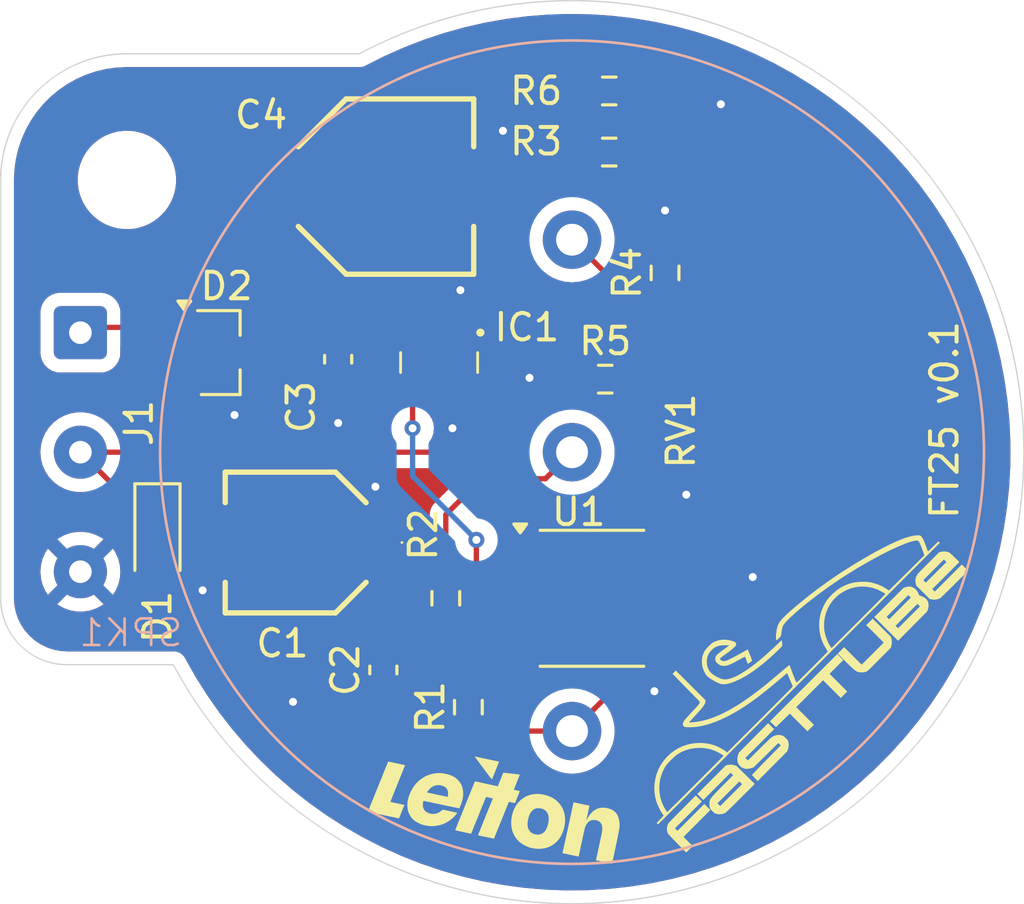
<source format=kicad_pcb>
(kicad_pcb
	(version 20240108)
	(generator "pcbnew")
	(generator_version "8.0")
	(general
		(thickness 1.6)
		(legacy_teardrops no)
	)
	(paper "A4")
	(layers
		(0 "F.Cu" signal)
		(31 "B.Cu" power)
		(32 "B.Adhes" user "B.Adhesive")
		(33 "F.Adhes" user "F.Adhesive")
		(34 "B.Paste" user)
		(35 "F.Paste" user)
		(36 "B.SilkS" user "B.Silkscreen")
		(37 "F.SilkS" user "F.Silkscreen")
		(38 "B.Mask" user)
		(39 "F.Mask" user)
		(40 "Dwgs.User" user "User.Drawings")
		(41 "Cmts.User" user "User.Comments")
		(42 "Eco1.User" user "User.Eco1")
		(43 "Eco2.User" user "User.Eco2")
		(44 "Edge.Cuts" user)
		(45 "Margin" user)
		(46 "B.CrtYd" user "B.Courtyard")
		(47 "F.CrtYd" user "F.Courtyard")
		(48 "B.Fab" user)
		(49 "F.Fab" user)
		(50 "User.1" user)
		(51 "User.2" user)
		(52 "User.3" user)
		(53 "User.4" user)
		(54 "User.5" user)
		(55 "User.6" user)
		(56 "User.7" user)
		(57 "User.8" user)
		(58 "User.9" user)
	)
	(setup
		(stackup
			(layer "F.SilkS"
				(type "Top Silk Screen")
			)
			(layer "F.Paste"
				(type "Top Solder Paste")
			)
			(layer "F.Mask"
				(type "Top Solder Mask")
				(thickness 0.01)
			)
			(layer "F.Cu"
				(type "copper")
				(thickness 0.035)
			)
			(layer "dielectric 1"
				(type "core")
				(thickness 1.51)
				(material "FR4")
				(epsilon_r 4.5)
				(loss_tangent 0.02)
			)
			(layer "B.Cu"
				(type "copper")
				(thickness 0.035)
			)
			(layer "B.Mask"
				(type "Bottom Solder Mask")
				(thickness 0.01)
			)
			(layer "B.Paste"
				(type "Bottom Solder Paste")
			)
			(layer "B.SilkS"
				(type "Bottom Silk Screen")
			)
			(copper_finish "None")
			(dielectric_constraints no)
		)
		(pad_to_mask_clearance 0)
		(allow_soldermask_bridges_in_footprints no)
		(pcbplotparams
			(layerselection 0x00010fc_ffffffff)
			(plot_on_all_layers_selection 0x0000000_00000000)
			(disableapertmacros no)
			(usegerberextensions no)
			(usegerberattributes yes)
			(usegerberadvancedattributes yes)
			(creategerberjobfile yes)
			(dashed_line_dash_ratio 12.000000)
			(dashed_line_gap_ratio 3.000000)
			(svgprecision 4)
			(plotframeref no)
			(viasonmask no)
			(mode 1)
			(useauxorigin no)
			(hpglpennumber 1)
			(hpglpenspeed 20)
			(hpglpendiameter 15.000000)
			(pdf_front_fp_property_popups yes)
			(pdf_back_fp_property_popups yes)
			(dxfpolygonmode yes)
			(dxfimperialunits yes)
			(dxfusepcbnewfont yes)
			(psnegative no)
			(psa4output no)
			(plotreference yes)
			(plotvalue yes)
			(plotfptext yes)
			(plotinvisibletext no)
			(sketchpadsonfab no)
			(subtractmaskfromsilk no)
			(outputformat 1)
			(mirror no)
			(drillshape 1)
			(scaleselection 1)
			(outputdirectory "")
		)
	)
	(net 0 "")
	(net 1 "Net-(C1-+)")
	(net 2 "GND")
	(net 3 "Net-(U1-FEED)")
	(net 4 "Net-(SPK1-M)")
	(net 5 "+24V")
	(net 6 "Net-(U1-HRNEN)")
	(net 7 "Net-(D2-A)")
	(net 8 "Net-(IC1-EN{slash}ADJ)")
	(net 9 "SIG")
	(net 10 "Net-(SPK1-G)")
	(net 11 "Net-(SPK1-F)")
	(net 12 "Net-(R3-Pad2)")
	(net 13 "unconnected-(U1-NC-Pad1)")
	(net 14 "unconnected-(U1-NC-Pad3)")
	(footprint "Connector_Wire:SolderWire-0.25sqmm_1x03_P4.5mm_D0.65mm_OD2mm" (layer "F.Cu") (at 131.5 95.5 -90))
	(footprint "soundbox:EEE0GA101SR" (layer "F.Cu") (at 139.6 103.4 180))
	(footprint "Capacitor_SMD:C_0603_1608Metric_Pad1.08x0.95mm_HandSolder" (layer "F.Cu") (at 141.2 96.5 -90))
	(footprint "LOGO" (layer "F.Cu") (at 157.785054 107.960449 45))
	(footprint "Resistor_SMD:R_0603_1608Metric_Pad0.98x0.95mm_HandSolder" (layer "F.Cu") (at 146.1 109.6 90))
	(footprint "soundbox:06TR4FA104DPR" (layer "F.Cu") (at 159 95.5))
	(footprint "Resistor_SMD:R_0603_1608Metric_Pad0.98x0.95mm_HandSolder" (layer "F.Cu") (at 153.5 93.25 90))
	(footprint "soundbox:EEE1AA101SP" (layer "F.Cu") (at 143 90))
	(footprint "soundbox:PG-SCT595-5" (layer "F.Cu") (at 145 96.5 180))
	(footprint "Resistor_SMD:R_0603_1608Metric_Pad0.98x0.95mm_HandSolder" (layer "F.Cu") (at 145.25 105.5 -90))
	(footprint "Resistor_SMD:R_0603_1608Metric_Pad0.98x0.95mm_HandSolder" (layer "F.Cu") (at 151.4 88.7))
	(footprint "MountingHole:MountingHole_3.2mm_M3_DIN965" (layer "F.Cu") (at 133.25 89.75))
	(footprint "Package_TO_SOT_SMD:SOT-23_Handsoldering" (layer "F.Cu") (at 136.75 96.25))
	(footprint "soundbox:LeitOn_small_wo_sq" (layer "F.Cu") (at 147.2 113.1 -12))
	(footprint "Package_SO:SOIC-8_3.9x4.9mm_P1.27mm" (layer "F.Cu") (at 150.75 105.5))
	(footprint "Resistor_SMD:R_0603_1608Metric_Pad0.98x0.95mm_HandSolder" (layer "F.Cu") (at 151.25 97.25))
	(footprint "Capacitor_SMD:C_0603_1608Metric_Pad1.08x0.95mm_HandSolder" (layer "F.Cu") (at 142.9 108.2 90))
	(footprint "Diode_SMD:D_SOD-323_HandSoldering" (layer "F.Cu") (at 134.4 103.2 -90))
	(footprint "Resistor_SMD:R_0603_1608Metric_Pad0.98x0.95mm_HandSolder" (layer "F.Cu") (at 151.4 86.4))
	(footprint "soundbox:CPT-3016-105T" (layer "B.Cu") (at 150 100 180))
	(gr_arc
		(start 128.5 89.75)
		(mid 129.891243 86.391243)
		(end 133.25 85)
		(stroke
			(width 0.05)
			(type default)
		)
		(layer "Edge.Cuts")
		(uuid "0c9499f7-3257-4d1a-ab45-d3dea9659961")
	)
	(gr_line
		(start 133.25 85)
		(end 142 85)
		(stroke
			(width 0.05)
			(type default)
		)
		(layer "Edge.Cuts")
		(uuid "145b8ce2-1cdf-402f-8341-2813b341aab6")
	)
	(gr_line
		(start 128.5 89.75)
		(end 128.5 105.5)
		(stroke
			(width 0.05)
			(type default)
		)
		(layer "Edge.Cuts")
		(uuid "5702bfe5-fa35-42f9-b66d-dc1faf38af9f")
	)
	(gr_line
		(start 131 108)
		(end 135 108)
		(stroke
			(width 0.05)
			(type default)
		)
		(layer "Edge.Cuts")
		(uuid "7ce022d5-3481-46fd-850f-fa99ac5c91eb")
	)
	(gr_arc
		(start 142 85)
		(mid 166.263456 104.949746)
		(end 135.000001 108.000003)
		(stroke
			(width 0.05)
			(type default)
		)
		(layer "Edge.Cuts")
		(uuid "8a2c619c-8626-4af2-8c59-1422d0ba61b9")
	)
	(gr_arc
		(start 131 108)
		(mid 129.232233 107.267767)
		(end 128.5 105.5)
		(stroke
			(width 0.05)
			(type default)
		)
		(layer "Edge.Cuts")
		(uuid "e1634623-b024-4caa-9d4d-69a765686d49")
	)
	(gr_rect
		(start 128.5 83)
		(end 167 117)
		(stroke
			(width 0.01)
			(type default)
		)
		(fill none)
		(layer "User.1")
		(uuid "39b0a146-c4d4-4256-ae48-acf0ec4d99bd")
	)
	(gr_text "FT25 v0.1"
		(at 164.6 102.6 90)
		(layer "F.SilkS")
		(uuid "0568cae2-bee3-4247-bec4-4aec8861298f")
		(effects
			(font
				(size 1 1)
				(thickness 0.15)
			)
			(justify left bottom)
		)
	)
	(segment
		(start 146.8 104.7)
		(end 147 104.9)
		(width 0.2)
		(layer "F.Cu")
		(net 1)
		(uuid "23159c4b-0d05-4fdc-b47c-91b4c5aadc84")
	)
	(segment
		(start 146.4 105.5)
		(end 146.8 105.1)
		(width 0.2)
		(layer "F.Cu")
		(net 1)
		(uuid "2e49b2f4-0f4a-42c8-a6a5-039a900f4f53")
	)
	(segment
		(start 146.4 104.3)
		(end 146.8 104.7)
		(width 0.2)
		(layer "F.Cu")
		(net 1)
		(uuid "3586deff-2aeb-4ee8-924a-5c5975858c2b")
	)
	(segment
		(start 141.75 103.4)
		(end 142.3 103.4)
		(width 0.2)
		(layer "F.Cu")
		(net 1)
		(uuid "3648f2ab-a01e-4531-908b-27e2efcac7f4")
	)
	(segment
		(start 146.8 105.1)
		(end 147 104.9)
		(width 0.2)
		(layer "F.Cu")
		(net 1)
		(uuid "3d54f7bb-0f3e-4e8c-9f2a-ea5967851a98")
	)
	(segment
		(start 144 99.1)
		(end 144 97.75)
		(width 0.2)
		(layer "F.Cu")
		(net 1)
		(uuid "53018c3e-14f9-4855-ba7d-5ff1ff5be039")
	)
	(segment
		(start 146.8 104.7)
		(end 146.8 105.1)
		(width 0.2)
		(layer "F.Cu")
		(net 1)
		(uuid "63a2ecd6-cfea-4559-836f-e2ade529c70a")
	)
	(segment
		(start 148.24 104.9)
		(end 148.275 104.865)
		(width 0.2)
		(layer "F.Cu")
		(net 1)
		(uuid "6450eb72-3056-4408-b2ce-b82a4ba66d37")
	)
	(segment
		(start 142.3 103.4)
		(end 144.4 105.5)
		(width 0.2)
		(layer "F.Cu")
		(net 1)
		(uuid "78fb4d55-9eeb-477b-84b0-b52108895651")
	)
	(segment
		(start 147 104.9)
		(end 148.24 104.9)
		(width 0.2)
		(layer "F.Cu")
		(net 1)
		(uuid "cb198d8d-a501-4a67-892a-4db1f12c57db")
	)
	(segment
		(start 144 97.75)
		(end 144.05 97.7)
		(width 0.2)
		(layer "F.Cu")
		(net 1)
		(uuid "d6adab63-21a8-4a56-a54e-bd14e6a6a1c3")
	)
	(segment
		(start 144.4 105.5)
		(end 146.4 105.5)
		(width 0.2)
		(layer "F.Cu")
		(net 1)
		(uuid "fd5f52d7-7959-4d13-b8fa-c12c2f5d57b6")
	)
	(segment
		(start 146.4 103.3)
		(end 146.4 104.3)
		(width 0.2)
		(layer "F.Cu")
		(net 1)
		(uuid "ff60d241-25fa-4bd5-abab-3a1de60998bb")
	)
	(via
		(at 146.4 103.3)
		(size 0.6)
		(drill 0.3)
		(layers "F.Cu" "B.Cu")
		(net 1)
		(uuid "2a83fc44-fdc9-4b52-a65a-6fc21b06e69b")
	)
	(via
		(at 144 99.1)
		(size 0.6)
		(drill 0.3)
		(layers "F.Cu" "B.Cu")
		(net 1)
		(uuid "d4a065cc-ffbd-4ff3-8943-35e922962971")
	)
	(segment
		(start 144 100.9)
		(end 144 99.1)
		(width 0.2)
		(layer "B.Cu")
		(net 1)
		(uuid "4219455b-e5d5-42aa-a462-d39a17d9593b")
	)
	(segment
		(start 146.4 103.3)
		(end 144 100.9)
		(width 0.2)
		(layer "B.Cu")
		(net 1)
		(uuid "bd0cf8d0-3ae1-4f87-a404-c26f0595cc95")
	)
	(segment
		(start 145 95.3)
		(end 145 94.7)
		(width 0.2)
		(layer "F.Cu")
		(net 2)
		(uuid "455b7ac3-3a39-4efb-b3fd-a3b6fee5464c")
	)
	(segment
		(start 145 94.7)
		(end 145.8 93.9)
		(width 0.2)
		(layer "F.Cu")
		(net 2)
		(uuid "fb7cea8b-a25c-4869-a945-a7cd45e34538")
	)
	(via
		(at 145.8 93.9)
		(size 0.6)
		(drill 0.3)
		(layers "F.Cu" "B.Cu")
		(free yes)
		(net 2)
		(uuid "01411558-0edc-4e9a-ba53-34285a30e33c")
	)
	(via
		(at 155.6 86.9)
		(size 0.6)
		(drill 0.3)
		(layers "F.Cu" "B.Cu")
		(free yes)
		(net 2)
		(uuid "06a1a750-8536-4cf8-9192-35bc867304a9")
	)
	(via
		(at 141.2 98.9)
		(size 0.6)
		(drill 0.3)
		(layers "F.Cu" "B.Cu")
		(free yes)
		(net 2)
		(uuid "1634c358-6587-4d9e-a4c2-90a5ab1faafd")
	)
	(via
		(at 148.4 97.2)
		(size 0.6)
		(drill 0.3)
		(layers "F.Cu" "B.Cu")
		(free yes)
		(net 2)
		(uuid "1a418d52-d221-44b1-ad1d-91e97992ecb3")
	)
	(via
		(at 153.5 90.9)
		(size 0.6)
		(drill 0.3)
		(layers "F.Cu" "B.Cu")
		(free yes)
		(net 2)
		(uuid "59e64dbd-0451-436f-844e-4c0d273598ba")
	)
	(via
		(at 153.1 109)
		(size 0.6)
		(drill 0.3)
		(layers "F.Cu" "B.Cu")
		(free yes)
		(net 2)
		(uuid "7fa75b93-3a54-4ab9-823b-8664220d8fc0")
	)
	(via
		(at 136.1 105.2)
		(size 0.6)
		(drill 0.3)
		(layers "F.Cu" "B.Cu")
		(free yes)
		(net 2)
		(uuid "83ee66e4-35b7-421f-bd51-e9232ebc2f9c")
	)
	(via
		(at 147.4 87.9)
		(size 0.6)
		(drill 0.3)
		(layers "F.Cu" "B.Cu")
		(free yes)
		(net 2)
		(uuid "87ee8f62-5586-4ec4-bf64-4d8e7f4f3c00")
	)
	(via
		(at 142.6 101.3)
		(size 0.6)
		(drill 0.3)
		(layers "F.Cu" "B.Cu")
		(free yes)
		(net 2)
		(uuid "9e742198-762b-4d9c-9ee4-84515cbad2db")
	)
	(via
		(at 145.5 99.1)
		(size 0.6)
		(drill 0.3)
		(layers "F.Cu" "B.Cu")
		(free yes)
		(net 2)
		(uuid "b5ab2b73-4634-4e0e-855d-42a626e2a677")
	)
	(via
		(at 154.3 101.6)
		(size 0.6)
		(drill 0.3)
		(layers "F.Cu" "B.Cu")
		(free yes)
		(net 2)
		(uuid "b76a2fc2-0f04-4ac7-8040-3c68efea3aaa")
	)
	(via
		(at 156.8 104.7)
		(size 0.6)
		(drill 0.3)
		(layers "F.Cu" "B.Cu")
		(free yes)
		(net 2)
		(uuid "db890ffb-38c3-4b56-bb01-106cd42901c5")
	)
	(via
		(at 139.5 109.4)
		(size 0.6)
		(drill 0.3)
		(layers "F.Cu" "B.Cu")
		(free yes)
		(net 2)
		(uuid "dee0939a-5e0d-4315-a470-5bde3c7fcd15")
	)
	(via
		(at 137.3 98.6)
		(size 0.6)
		(drill 0.3)
		(layers "F.Cu" "B.Cu")
		(free yes)
		(net 2)
		(uuid "ecf13844-64d3-4d09-826f-01f2a3714814")
	)
	(segment
		(start 146.1 107.7)
		(end 146.105 107.7)
		(width 0.2)
		(layer "F.Cu")
		(net 3)
		(uuid "03b0e9e5-8a96-42f1-8078-ebba29bd5839")
	)
	(segment
		(start 148.275 107.405)
		(end 146.4 107.405)
		(width 0.2)
		(layer "F.Cu")
		(net 3)
		(uuid "0b4acb31-5237-4423-9c56-ec6bf9c00ec6")
	)
	(segment
		(start 146.1 108.6875)
		(end 146.1 107.7)
		(width 0.2)
		(layer "F.Cu")
		(net 3)
		(uuid "201ab615-0522-495a-ae13-1b6f9c239fc8")
	)
	(segment
		(start 146.105 107.7)
		(end 146.4 107.405)
		(width 0.2)
		(layer "F.Cu")
		(net 3)
		(uuid "23d50f62-75c6-4b69-883d-637919349f3a")
	)
	(segment
		(start 146.4 107.405)
		(end 146.2425 107.405)
		(width 0.2)
		(layer "F.Cu")
		(net 3)
		(uuid "39477d66-e76a-4cfb-9254-438e8c0920c5")
	)
	(segment
		(start 146.2425 107.405)
		(end 145.25 106.4125)
		(width 0.2)
		(layer "F.Cu")
		(net 3)
		(uuid "6e21e258-4266-4604-be6c-27ec70bfdf85")
	)
	(segment
		(start 142.9 107.3375)
		(end 144.25 108.6875)
		(width 0.2)
		(layer "F.Cu")
		(net 3)
		(uuid "809582d5-cb13-4f9f-8fae-3838a63656e2")
	)
	(segment
		(start 146.1 107.2625)
		(end 145.25 106.4125)
		(width 0.2)
		(layer "F.Cu")
		(net 3)
		(uuid "b9dddcfa-14ec-4998-b61a-00d5d86f6ac9")
	)
	(segment
		(start 144.25 108.6875)
		(end 146.1 108.6875)
		(width 0.2)
		(layer "F.Cu")
		(net 3)
		(uuid "c431d874-8573-4efa-9021-024d20a72e9e")
	)
	(segment
		(start 146.1 107.7)
		(end 146.1 107.2625)
		(width 0.2)
		(layer "F.Cu")
		(net 3)
		(uuid "d75fea04-e428-4fc0-8c23-06dae495c80a")
	)
	(segment
		(start 148.2 109.6)
		(end 150.3 107.5)
		(width 0.2)
		(layer "F.Cu")
		(net 4)
		(uuid "09090e3d-2f29-4507-9429-c54334b8180b")
	)
	(segment
		(start 151.25 98.55)
		(end 151.7 99)
		(width 0.2)
		(layer "F.Cu")
		(net 4)
		(uuid "30c7c0a9-de98-46ee-ad56-98519c7cfb85")
	)
	(segment
		(start 150.3 107.5)
		(end 150.3 106.3)
		(width 0.2)
		(layer "F.Cu")
		(net 4)
		(uuid "34d22c14-3b91-47dd-9037-04ff02b781cf")
	)
	(segment
		(start 152 104.865)
		(end 151.735 104.865)
		(width 0.2)
		(layer "F.Cu")
		(net 4)
		(uuid "36da2dfc-84c8-4d31-a70b-2f8f40fe67e3")
	)
	(segment
		(start 151.7 104.6)
		(end 151.7 104.83)
		(width 0.2)
		(layer "F.Cu")
		(net 4)
		(uuid "3ae480d1-8672-4f2c-a851-94f59965e078")
	)
	(segment
		(start 151.7 99)
		(end 151.7 104.6)
		(width 0.2)
		(layer "F.Cu")
		(net 4)
		(uuid "45402f4d-99c3-4ba9-bd66-4a1ea8da26b0")
	)
	(segment
		(start 151.735 104.6)
		(end 152 104.865)
		(width 0.2)
		(layer "F.Cu")
		(net 4)
		(uuid "5da0f8fb-e2f9-41b0-9801-f13702b13393")
	)
	(segment
		(start 151.7 104.83)
		(end 151.735 104.865)
		(width 0.2)
		(layer "F.Cu")
		(net 4)
		(uuid "78b78ccc-63d2-4be6-8684-dc2b419e2d99")
	)
	(segment
		(start 151.25 93.25)
		(end 151.25 98.55)
		(width 0.2)
		(layer "F.Cu")
		(net 4)
		(uuid "7bc63da9-9e54-4147-a93d-721567276b1d")
	)
	(segment
		(start 143.4375 109.6)
		(end 148.2 109.6)
		(width 0.2)
		(layer "F.Cu")
		(net 4)
		(uuid "c2b5b2b3-27c6-43a2-b502-9ae649b08a1d")
	)
	(segment
		(start 151.735 104.865)
		(end 150.3 106.3)
		(width 0.2)
		(layer "F.Cu")
		(net 4)
		(uuid "cf7f2034-b1e3-46d7-85ba-64c853f641b5")
	)
	(segment
		(start 150 92)
		(end 151.25 93.25)
		(width 0.2)
		(layer "F.Cu")
		(net 4)
		(uuid "d0f86c55-1497-473f-92ab-0926b530691e")
	)
	(segment
		(start 153.06 104.7)
		(end 153.225 104.865)
		(width 0.2)
		(layer "F.Cu")
		(net 4)
		(uuid "de487b46-dff6-4637-b730-51caf9eeca2e")
	)
	(segment
		(start 151.7 104.6)
		(end 151.735 104.6)
		(width 0.2)
		(layer "F.Cu")
		(net 4)
		(uuid "e604e90e-3383-4c49-a31e-adad540853ba")
	)
	(segment
		(start 142.9 109.0625)
		(end 143.4375 109.6)
		(width 0.2)
		(layer "F.Cu")
		(net 4)
		(uuid "e7b372ad-6d44-40f3-b292-ca0030a4c4bb")
	)
	(segment
		(start 153.225 104.865)
		(end 152 104.865)
		(width 0.2)
		(layer "F.Cu")
		(net 4)
		(uuid "fb5f5bb4-df8e-49f9-aeab-c72ab1a7e5d2")
	)
	(segment
		(start 141.2 95.6375)
		(end 141.2 90.7)
		(width 0.2)
		(layer "F.Cu")
		(net 5)
		(uuid "054909e3-392b-4d3d-88ec-2922324e7a7e")
	)
	(segment
		(start 141.5875 95.25)
		(end 144 95.25)
		(width 0.2)
		(layer "F.Cu")
		(net 5)
		(uuid "3cdd5ae0-fe74-40b7-91eb-253b46d6524f")
	)
	(segment
		(start 138.25 96.25)
		(end 139.5 96.25)
		(width 0.2)
		(layer "F.Cu")
		(net 5)
		(uuid "4441b124-5698-47f2-8d50-494066e51d56")
	)
	(segment
		(start 149.7 88.7)
		(end 150.4875 88.7)
		(width 0.2)
		(layer "F.Cu")
		(net 5)
		(uuid "7dec2665-b181-4138-833f-6035a66853be")
	)
	(segment
		(start 140.1125 95.6375)
		(end 141.2 95.6375)
		(width 0.2)
		(layer "F.Cu")
		(net 5)
		(uuid "8b82cbf6-a61f-4b56-bb7e-98c50b4ea897")
	)
	(segment
		(start 141.2 90.7)
		(end 140.5 90)
		(width 0.2)
		(layer "F.Cu")
		(net 5)
		(uuid "ab3fc132-876d-40fd-8a37-516f998d4401")
	)
	(segment
		(start 144.05 95.3)
		(end 144.05 94.35)
		(width 0.2)
		(layer "F.Cu")
		(net 5)
		(uuid "b0b642bf-c25c-4144-af40-5a336c54cd8e")
	)
	(segment
		(start 139.5 96.25)
		(end 140.1125 95.6375)
		(width 0.2)
		(layer "F.Cu")
		(net 5)
		(uuid "b40aa696-d52a-4b37-a289-b30fb8eedf24")
	)
	(segment
		(start 141.2 95.6375)
		(end 141.5875 95.25)
		(width 0.2)
		(layer "F.Cu")
		(net 5)
		(uuid "c70a6765-40cc-46c1-a2d9-b3050acd3216")
	)
	(segment
		(start 144.05 94.35)
		(end 149.7 88.7)
		(width 0.2)
		(layer "F.Cu")
		(net 5)
		(uuid "dd164cb3-6b06-48c4-918b-25d784566c6d")
	)
	(segment
		(start 150.4875 86.4)
		(end 150.4875 88.7)
		(width 0.2)
		(layer "F.Cu")
		(net 5)
		(uuid "e74d25ae-28d4-40ff-aaa6-db74846f4d2c")
	)
	(segment
		(start 152.5 97.5875)
		(end 152.5 101.75)
		(width 0.2)
		(layer "F.Cu")
		(net 6)
		(uuid "074a2975-fd68-4c40-8155-f0e5b9abf23d")
	)
	(segment
		(start 152.1625 97.25)
		(end 152.5 97.5875)
		(width 0.2)
		(layer "F.Cu")
		(net 6)
		(uuid "21ff4d6b-8fcc-4b1c-820c-c5cadcb9bf55")
	)
	(segment
		(start 152.5 101.75)
		(end 153.25 102.5)
		(width 0.2)
		(layer "F.Cu")
		(net 6)
		(uuid "2fba2c5a-2a97-4175-bfeb-038d973dde82")
	)
	(segment
		(start 153.25 103.57)
		(end 153.225 103.595)
		(width 0.2)
		(layer "F.Cu")
		(net 6)
		(uuid "418fabef-99d7-47c9-abc2-f7723d16f244")
	)
	(segment
		(start 152.1625 97.25)
		(end 152.25 97.25)
		(width 0.2)
		(layer "F.Cu")
		(net 6)
		(uuid "52311879-8ed6-466b-bba9-44d036750aed")
	)
	(segment
		(start 153.25 102.5)
		(end 153.25 103.57)
		(width 0.2)
		(layer "F.Cu")
		(net 6)
		(uuid "cdcf619f-a978-4667-ae1c-20f141c6c1ed")
	)
	(segment
		(start 153.5 96)
		(end 153.5 94.1625)
		(width 0.2)
		(layer "F.Cu")
		(net 6)
		(uuid "ef8cfd81-6cb9-4d71-b3bf-0610e509a439")
	)
	(segment
		(start 152.25 97.25)
		(end 153.5 96)
		(width 0.2)
		(layer "F.Cu")
		(net 6)
		(uuid "fa2f396c-09cf-4795-881a-85a4b4ae0039")
	)
	(segment
		(start 135.25 95.3)
		(end 131.7 95.3)
		(width 0.2)
		(layer "F.Cu")
		(net 7)
		(uuid "a91db6b1-c4d0-4082-8243-54f9f4debef9")
	)
	(segment
		(start 131.7 95.3)
		(end 131.5 95.5)
		(width 0.2)
		(layer "F.Cu")
		(net 7)
		(uuid "b4303bdb-fbe9-4f59-8912-f6fe0909e13f")
	)
	(segment
		(start 159 91.225)
		(end 157.525 89.75)
		(width 0.2)
		(layer "F.Cu")
		(net 8)
		(uuid "10e80ff1-24c9-4e99-a6ae-40c6b4da76d7")
	)
	(segment
		(start 149.75 89.75)
		(end 148.25 91.25)
		(width 0.2)
		(layer "F.Cu")
		(net 8)
		(uuid "7c187c0d-5463-49e4-b302-7e6b907a001c")
	)
	(segment
		(start 148.25 93)
		(end 145.95 95.3)
		(width 0.2)
		(layer "F.Cu")
		(net 8)
		(uuid "8bb138d7-1901-4f2f-9ff7-18ec756edcd7")
	)
	(segment
		(start 157.525 89.75)
		(end 149.75 89.75)
		(width 0.2)
		(layer "F.Cu")
		(net 8)
		(uuid "8caf3322-20bd-4792-87d4-2ac4b6e61f44")
	)
	(segment
		(start 148.25 91.25)
		(end 148.25 93)
		(width 0.2)
		(layer "F.Cu")
		(net 8)
		(uuid "fd5ccc6b-1f50-4929-b1e8-f7fa3b79e0ff")
	)
	(segment
		(start 133.45 101.95)
		(end 134.4 101.95)
		(width 0.2)
		(layer "F.Cu")
		(net 9)
		(uuid "05b532a6-fe47-472d-bfdc-b7fa527e457c")
	)
	(segment
		(start 131.5 100)
		(end 133.45 101.95)
		(width 0.2)
		(layer "F.Cu")
		(net 9)
		(uuid "5897cff1-8ae6-43fe-9b64-2df6ee85f8da")
	)
	(segment
		(start 131.5 100)
		(end 147.5875 100)
		(width 0.2)
		(layer "F.Cu")
		(net 9)
		(uuid "68ec2551-dc2f-4feb-998d-5e43f9491561")
	)
	(segment
		(start 147.5875 100)
		(end 150.3375 97.25)
		(width 0.2)
		(layer "F.Cu")
		(net 9)
		(uuid "9f921939-1f2c-472f-a905-eb1badda63b1")
	)
	(segment
		(start 146.1 110.5125)
		(end 146.1125 110.5)
		(width 0.2)
		(layer "F.Cu")
		(net 10)
		(uuid "0985b6fd-d180-4fc5-bce9-3d6204322516")
	)
	(segment
		(start 150 110.5)
		(end 151.3 109.2)
		(width 0.2)
		(layer "F.Cu")
		(net 10)
		(uuid "29833cd4-ae84-47c3-a086-4dfcd0ca3a64")
	)
	(segment
		(start 146.1125 110.5)
		(end 150 110.5)
		(width 0.2)
		(layer "F.Cu")
		(net 10)
		(uuid "924cc875-b40f-4c52-9192-86ac241c9175")
	)
	(segment
		(start 151.965 106.135)
		(end 153.225 106.135)
		(width 0.2)
		(layer "F.Cu")
		(net 10)
		(uuid "d32f4e74-f404-477c-91c6-11336f273e81")
	)
	(segment
		(start 151.3 109.2)
		(end 151.3 106.8)
		(width 0.2)
		(layer "F.Cu")
		(net 10)
		(uuid "e4c7c31e-d0bc-4d47-b7ae-acbdc347fd7a")
	)
	(segment
		(start 151.3 106.8)
		(end 151.965 106.135)
		(width 0.2)
		(layer "F.Cu")
		(net 10)
		(uuid "e78a7e10-98f9-4831-bed7-9f8aafb304a1")
	)
	(segment
		(start 149 101)
		(end 150 100)
		(width 0.2)
		(layer "F.Cu")
		(net 11)
		(uuid "8d7611e4-d6ec-4e26-a345-d196483f8f97")
	)
	(segment
		(start 145.25 104.5875)
		(end 145.25 102.35)
		(width 0.2)
		(layer "F.Cu")
		(net 11)
		(uuid "95eae689-383a-4f3d-a046-a827404393ba")
	)
	(segment
		(start 145.25 102.35)
		(end 146.6 101)
		(width 0.2)
		(layer "F.Cu")
		(net 11)
		(uuid "9ace5704-4338-424e-8bcc-109ce8f1c967")
	)
	(segment
		(start 146.6 101)
		(end 149 101)
		(width 0.2)
		(layer "F.Cu")
		(net 11)
		(uuid "e94929f1-e2b3-4397-9986-2c91a2f4beee")
	)
	(segment
		(start 161.15 100.425)
		(end 161.15 89.95)
		(width 0.2)
		(layer "F.Cu")
		(net 12)
		(uuid "26979417-b786-4be8-984f-7d0738cdff24")
	)
	(segment
		(start 161.15 89.95)
		(end 159.9 88.7)
		(width 0.2)
		(layer "F.Cu")
		(net 12)
		(uuid "7718b055-c971-4cec-ab44-672e9f6976fc")
	)
	(segment
		(start 159.9 88.7)
		(end 152.3125 88.7)
		(width 0.2)
		(layer "F.Cu")
		(net 12)
		(uuid "8f63e3d9-dbb7-40be-853d-4d064e73fe36")
	)
	(segment
		(start 152.3125 86.4)
		(end 152.3125 88.7)
		(width 0.2)
		(layer "F.Cu")
		(net 12)
		(uuid "d1f80375-c994-4ac9-a326-cf0882761c94")
	)
	(zone
		(net 2)
		(net_name "GND")
		(layer "F.Cu")
		(uuid "3fbb25a7-40e0-4e93-a8cf-da28d9fa13f5")
		(hatch edge 0.5)
		(connect_pads
			(clearance 0.5)
		)
		(min_thickness 0.25)
		(filled_areas_thickness no)
		(fill yes
			(thermal_gap 0.5)
			(thermal_bridge_width 0.5)
		)
		(polygon
			(pts
				(arc
					(start 133.25 85)
					(mid 129.891243 86.391243)
					(end 128.5 89.75)
				)
				(arc
					(start 128.5 105.5)
					(mid 129.232233 107.267767)
					(end 131 108)
				)
				(xy 135 108)
				(arc
					(start 135.000001 108.000003)
					(mid 166.263456 104.949746)
					(end 142 85)
				)
			)
		)
		(filled_polygon
			(layer "F.Cu")
			(pts
				(xy 150.729967 83.516727) (xy 150.735946 83.516994) (xy 151.529551 83.571622) (xy 151.535512 83.572178)
				(xy 152.325547 83.665284) (xy 152.331488 83.666131) (xy 153.116064 83.797492) (xy 153.121948 83.798625)
				(xy 153.899202 83.967928) (xy 153.905055 83.969353) (xy 154.67315 84.176196) (xy 154.678926 84.177903)
				(xy 154.926303 84.25759) (xy 155.436071 84.421803) (xy 155.441739 84.423781) (xy 155.642771 84.4995)
				(xy 156.18618 84.704175) (xy 156.191764 84.706435) (xy 156.420514 84.805529) (xy 156.92169 85.022639)
				(xy 156.927133 85.025156) (xy 157.640856 85.376443) (xy 157.646152 85.379211) (xy 158.007932 85.579661)
				(xy 158.341966 85.764738) (xy 158.347163 85.767784) (xy 158.47746 85.848486) (xy 158.948506 86.140239)
				(xy 159.023447 86.186655) (xy 159.028489 86.189951) (xy 159.683594 86.641142) (xy 159.68847 86.644678)
				(xy 160.320892 87.12715) (xy 160.325591 87.130918) (xy 160.933869 87.64356) (xy 160.938379 87.647553)
				(xy 161.114867 87.811595) (xy 161.499775 88.16936) (xy 161.52102 88.189106) (xy 161.525322 88.193304)
				(xy 162.080992 88.76253) (xy 162.085075 88.76692) (xy 162.42776 89.1539) (xy 162.612445 89.362457)
				(xy 162.616328 89.367062) (xy 163.114154 89.987504) (xy 163.117808 89.992292) (xy 163.584903 90.63616)
				(xy 163.588321 90.64112) (xy 164.02362 91.306946) (xy 164.026792 91.312067) (xy 164.429209 91.998189)
				(xy 164.43213 92.003457) (xy 164.800779 92.708359) (xy 164.80344 92.713763) (xy 165.137416 93.435723)
				(xy 165.139811 93.441249) (xy 165.438334 94.178578) (xy 165.440458 94.184215) (xy 165.702817 94.935159)
				(xy 165.704665 94.940892) (xy 165.930247 95.703687) (xy 165.931815 95.709503) (xy 166.120094 96.482377)
				(xy 166.121377 96.488262) (xy 166.271897 97.26935) (xy 166.272893 97.275291) (xy 166.385306 98.062778)
				(xy 166.386012 98.06876) (xy 166.460049 98.860763) (xy 166.460464 98.866772) (xy 166.495954 99.661458)
				(xy 166.496076 99.66748) (xy 166.492931 100.462926) (xy 166.492761 100.468947) (xy 166.450992 101.263308)
				(xy 166.45053 101.269314) (xy 166.370231 102.060734) (xy 166.369477 102.06671) (xy 166.250847 102.853248)
				(xy 166.249804 102.859181) (xy 166.093108 103.639082) (xy 166.091779 103.644957) (xy 165.897403 104.416295)
				(xy 165.89579 104.422098) (xy 165.664175 105.183117) (xy 165.662281 105.188835) (xy 165.394001 105.937657)
				(xy 165.391833 105.943277) (xy 165.087485 106.678239) (xy 165.085046 106.683746) (xy 164.745375 107.40304)
				(xy 164.742671 107.408423) (xy 164.368469 108.110374) (xy 164.365507 108.115619) (xy 163.957661 108.798566)
				(xy 163.954448 108.803661) (xy 163.513912 109.466005) (xy 163.510455 109.470938) (xy 163.03828 110.1111)
				(xy 163.034588 110.115859) (xy 162.531877 110.732341) (xy 162.527958 110.736916) (xy 161.995916 111.328243)
				(xy 161.99178 111.332621) (xy 161.431636 111.897426) (xy 161.427292 111.901599) (xy 160.840365 112.438551)
				(xy 160.835823 112.442507) (xy 160.223555 112.950289) (xy 160.218827 112.954021) (xy 159.582572 113.431508)
				(xy 159.577667 113.435005) (xy 158.919031 113.880992) (xy 158.913963 113.884248) (xy 158.2344 114.297752)
				(xy 158.22918 114.300757) (xy 157.530353 114.680764) (xy 157.524993 114.683512) (xy 156.808549 115.02913)
				(xy 156.803061 115.031615) (xy 156.07065 115.342042) (xy 156.065049 115.344257) (xy 155.318444 115.618746)
				(xy 155.312742 115.620686) (xy 154.553708 115.858588) (xy 154.547918 115.86025) (xy 153.778191 116.06102)
				(xy 153.772328 116.062398) (xy 152.993786 116.225546) (xy 152.987862 116.226638) (xy 152.202301 116.351787)
				(xy 152.196331 116.35259) (xy 151.405621 116.439444) (xy 151.399619 116.439956) (xy 150.605628 116.488307)
				(xy 150.599609 116.488527) (xy 149.804195 116.498265) (xy 149.798172 116.498192) (xy 149.003244 116.469291)
				(xy 148.997231 116.468926) (xy 148.204642 116.401456) (xy 148.198655 116.4008) (xy 147.410252 116.294916)
				(xy 147.404303 116.293969) (xy 146.622001 116.149929) (xy 146.616117 116.148697) (xy 146.189642 116.048542)
				(xy 145.84171 115.966832) (xy 145.835882 115.965313) (xy 145.071224 115.746055) (xy 145.065476 115.744254)
				(xy 144.312383 115.488127) (xy 144.306729 115.48605) (xy 143.56695 115.193649) (xy 143.561403 115.191299)
				(xy 142.836702 114.863319) (xy 142.831277 114.860703) (xy 142.123376 114.497927) (xy 142.118083 114.495051)
				(xy 141.775208 114.297752) (xy 141.428576 114.098291) (xy 141.423452 114.095174) (xy 140.754067 113.665424)
				(xy 140.749086 113.662053) (xy 140.101371 113.200311) (xy 140.096552 113.196697) (xy 139.47199 112.704019)
				(xy 139.467353 112.700174) (xy 138.867485 112.177775) (xy 138.86304 112.17371) (xy 138.289225 111.622774)
				(xy 138.285004 111.618519) (xy 137.738622 111.040367) (xy 137.734602 111.035901) (xy 137.7005 110.996111)
				(xy 137.216945 110.431903) (xy 137.213163 110.427268) (xy 136.725416 109.798803) (xy 136.721866 109.793992)
				(xy 136.265236 109.142613) (xy 136.261907 109.13761) (xy 135.837445 108.464819) (xy 135.834383 108.459694)
				(xy 135.472447 107.81904) (xy 135.467008 107.807879) (xy 135.438688 107.758829) (xy 135.436662 107.75518)
				(xy 135.410612 107.706335) (xy 135.405882 107.699721) (xy 135.406296 107.699424) (xy 135.40585 107.698822)
				(xy 135.405447 107.699132) (xy 135.4005 107.692685) (xy 135.361331 107.653517) (xy 135.358432 107.650519)
				(xy 135.339444 107.63021) (xy 135.320612 107.610066) (xy 135.320606 107.610062) (xy 135.314329 107.6049)
				(xy 135.314651 107.604507) (xy 135.314068 107.604044) (xy 135.31376 107.604447) (xy 135.307318 107.599504)
				(xy 135.307314 107.5995) (xy 135.287321 107.587957) (xy 135.259272 107.571762) (xy 135.255748 107.569648)
				(xy 135.208765 107.540373) (xy 135.208761 107.540372) (xy 135.201367 107.537013) (xy 135.201577 107.53655)
				(xy 135.200884 107.536249) (xy 135.200691 107.536717) (xy 135.193181 107.533606) (xy 135.139606 107.519251)
				(xy 135.135607 107.518107) (xy 135.112998 107.511226) (xy 135.082691 107.502002) (xy 135.074678 107.500672)
				(xy 135.07476 107.500175) (xy 135.074013 107.500063) (xy 135.073948 107.50056) (xy 135.065893 107.4995)
				(xy 135.065892 107.4995) (xy 135.010425 107.4995) (xy 135.006256 107.49943) (xy 134.95098 107.49757)
				(xy 134.950979 107.49757) (xy 134.950975 107.49757) (xy 134.942888 107.498359) (xy 134.942838 107.497852)
				(xy 134.92846 107.4995) (xy 131.004067 107.4995) (xy 130.995957 107.499235) (xy 130.747116 107.482925)
				(xy 130.731035 107.480807) (xy 130.490464 107.432954) (xy 130.474797 107.428756) (xy 130.24252 107.349909)
				(xy 130.227534 107.343702) (xy 130.007539 107.235212) (xy 129.993492 107.227102) (xy 129.789539 107.090825)
				(xy 129.776671 107.080951) (xy 129.59225 106.919218) (xy 129.580781 106.907749) (xy 129.419048 106.723328)
				(xy 129.409174 106.71046) (xy 129.393408 106.686865) (xy 129.272897 106.506507) (xy 129.264787 106.49246)
				(xy 129.21306 106.387569) (xy 129.156294 106.272458) (xy 129.15009 106.257479) (xy 129.071243 106.025202)
				(xy 129.067045 106.009535) (xy 129.053315 105.94051) (xy 129.01919 105.768953) (xy 129.017075 105.752895)
				(xy 129.000765 105.504043) (xy 129.0005 105.495933) (xy 129.0005 104.499994) (xy 129.994859 104.499994)
				(xy 129.994859 104.500005) (xy 130.015385 104.747729) (xy 130.015387 104.747738) (xy 130.076412 104.988717)
				(xy 130.176266 105.216364) (xy 130.276564 105.369882) (xy 131.078274 104.568172) (xy 131.103963 104.664044)
				(xy 131.159916 104.760956) (xy 131.239044 104.840084) (xy 131.335956 104.896037) (xy 131.431827 104.921725)
				(xy 130.629942 105.723609) (xy 130.676768 105.760055) (xy 130.67677 105.760056) (xy 130.895385 105.878364)
				(xy 130.895396 105.878369) (xy 131.130506 105.959083) (xy 131.375707 106) (xy 131.624293 106) (xy 131.869493 105.959083)
				(xy 132.104603 105.878369) (xy 132.104614 105.878364) (xy 132.323228 105.760057) (xy 132.323231 105.760055)
				(xy 132.370056 105.723609) (xy 131.568172 104.921725) (xy 131.664044 104.896037) (xy 131.760956 104.840084)
				(xy 131.840084 104.760956) (xy 131.896037 104.664044) (xy 131.921725 104.568173) (xy 132.723434 105.369882)
				(xy 132.823731 105.216369) (xy 132.923587 104.988717) (xy 132.984043 104.749986) (xy 133.400001 104.749986)
				(xy 133.410494 104.852697) (xy 133.465641 105.019119) (xy 133.465643 105.019124) (xy 133.557684 105.168345)
				(xy 133.681654 105.292315) (xy 133.830875 105.384356) (xy 133.83088 105.384358) (xy 133.997302 105.439505)
				(xy 133.997309 105.439506) (xy 134.100019 105.449999) (xy 134.65 105.449999) (xy 134.699972 105.449999)
				(xy 134.699986 105.449998) (xy 134.802697 105.439505) (xy 134.969119 105.384358) (xy 134.969124 105.384356)
				(xy 135.118345 105.292315) (xy 135.242315 105.168345) (xy 135.334356 105.019124) (xy 135.334358 105.019119)
				(xy 135.389505 104.852697) (xy 135.389506 104.85269) (xy 135.399999 104.749986) (xy 135.4 104.749973)
				(xy 135.4 104.7) (xy 134.65 104.7) (xy 134.65 105.449999) (xy 134.100019 105.449999) (xy 134.149999 105.449998)
				(xy 134.15 105.449998) (xy 134.15 104.7) (xy 133.400001 104.7) (xy 133.400001 104.749986) (xy 132.984043 104.749986)
				(xy 132.984612 104.747738) (xy 132.984614 104.747729) (xy 133.005141 104.500005) (xy 133.005141 104.499994)
				(xy 132.984614 104.25227) (xy 132.984612 104.252261) (xy 132.958719 104.150013) (xy 133.4 104.150013)
				(xy 133.4 104.2) (xy 134.15 104.2) (xy 134.65 104.2) (xy 135.433475 104.2) (xy 135.500514 104.219685)
				(xy 135.546269 104.272489) (xy 135.553822 104.30002) (xy 135.55462 104.299832) (xy 135.556403 104.307379)
				(xy 135.606645 104.442086) (xy 135.606649 104.442093) (xy 135.692809 104.557187) (xy 135.692812 104.55719)
				(xy 135.807906 104.64335) (xy 135.807913 104.643354) (xy 135.94262 104.693596) (xy 135.942627 104.693598)
				(xy 136.002155 104.699999) (xy 136.002172 104.7) (xy 137.2 104.7) (xy 137.7 104.7) (xy 138.897828 104.7)
				(xy 138.897844 104.699999) (xy 138.957372 104.693598) (xy 138.957379 104.693596) (xy 139.092086 104.643354)
				(xy 139.092093 104.64335) (xy 139.207187 104.55719) (xy 139.20719 104.557187) (xy 139.29335 104.442093)
				(xy 139.293354 104.442086) (xy 139.343596 104.307379) (xy 139.343598 104.307372) (xy 139.349999 104.247844)
				(xy 139.35 104.247827) (xy 139.35 103.65) (xy 137.7 103.65) (xy 137.7 104.7) (xy 137.2 104.7) (xy 137.2 103.65)
				(xy 135.55 103.65) (xy 135.55 103.793251) (xy 135.530315 103.86029) (xy 135.477511 103.906045) (xy 135.408353 103.915989)
				(xy 135.344797 103.886964) (xy 135.320461 103.858348) (xy 135.242315 103.731654) (xy 135.118345 103.607684)
				(xy 134.969124 103.515643) (xy 134.969119 103.515641) (xy 134.802697 103.460494) (xy 134.80269 103.460493)
				(xy 134.699986 103.45) (xy 134.65 103.45) (xy 134.65 104.2) (xy 134.15 104.2) (xy 134.15 103.45)
				(xy 134.149999 103.449999) (xy 134.100029 103.45) (xy 134.100011 103.450001) (xy 133.997302 103.460494)
				(xy 133.83088 103.515641) (xy 133.830875 103.515643) (xy 133.681654 103.607684) (xy 133.557684 103.731654)
				(xy 133.465643 103.880875) (xy 133.465641 103.88088) (xy 133.410494 104.047302) (xy 133.410493 104.047309)
				(xy 133.4 104.150013) (xy 132.958719 104.150013) (xy 132.923587 104.011282) (xy 132.823731 103.78363)
				(xy 132.723434 103.630116) (xy 131.921725 104.431826) (xy 131.896037 104.335956) (xy 131.840084 104.239044)
				(xy 131.760956 104.159916) (xy 131.664044 104.103963) (xy 131.568173 104.078274) (xy 132.370057 103.27639)
				(xy 132.370056 103.276389) (xy 132.323229 103.239943) (xy 132.104614 103.121635) (xy 132.104603 103.12163)
				(xy 131.869493 103.040916) (xy 131.624293 103) (xy 131.375707 103) (xy 131.130506 103.040916) (xy 130.895396 103.12163)
				(xy 130.89539 103.121632) (xy 130.676761 103.239949) (xy 130.629942 103.276388) (xy 130.629942 103.27639)
				(xy 131.431827 104.078274) (xy 131.335956 104.103963) (xy 131.239044 104.159916) (xy 131.159916 104.239044)
				(xy 131.103963 104.335956) (xy 131.078274 104.431826) (xy 130.276564 103.630116) (xy 130.176267 103.783632)
				(xy 130.076412 104.011282) (xy 130.015387 104.252261) (xy 130.015385 104.25227) (xy 129.994859 104.499994)
				(xy 129.0005 104.499994) (xy 129.0005 99.999994) (xy 129.994357 99.999994) (xy 129.994357 100.000005)
				(xy 130.01489 100.247812) (xy 130.014892 100.247824) (xy 130.075936 100.488881) (xy 130.175826 100.716606)
				(xy 130.311833 100.924782) (xy 130.311836 100.924785) (xy 130.480256 101.107738) (xy 130.676491 101.260474)
				(xy 130.676493 101.260475) (xy 130.889354 101.37567) (xy 130.89519 101.378828) (xy 131.130386 101.459571)
				(xy 131.375665 101.5005) (xy 131.624335 101.5005) (xy 131.869608 101.459572) (xy 131.869607 101.459572)
				(xy 131.869614 101.459571) (xy 131.975607 101.423182) (xy 132.045402 101.420033) (xy 132.103548 101.452783)
				(xy 132.965139 102.314374) (xy 132.965149 102.314385) (xy 132.969479 102.318715) (xy 132.96948 102.318716)
				(xy 133.081284 102.43052) (xy 133.081286 102.430521) (xy 133.08129 102.430524) (xy 133.202492 102.500499)
				(xy 133.218216 102.509577) (xy 133.330019 102.539534) (xy 133.370942 102.5505) (xy 133.370943 102.5505)
				(xy 133.415202 102.5505) (xy 133.482241 102.570185) (xy 133.520739 102.609401) (xy 133.557288 102.668656)
				(xy 133.681344 102.792712) (xy 133.830666 102.884814) (xy 133.997203 102.939999) (xy 134.099991 102.9505)
				(xy 134.700008 102.950499) (xy 134.700016 102.950498) (xy 134.700019 102.950498) (xy 134.756302 102.944748)
				(xy 134.802797 102.939999) (xy 134.969334 102.884814) (xy 135.118656 102.792712) (xy 135.242712 102.668656)
				(xy 135.320461 102.542603) (xy 135.372409 102.495879) (xy 135.441371 102.484656) (xy 135.505454 102.5125)
				(xy 135.54431 102.570568) (xy 135.55 102.6077) (xy 135.55 103.15) (xy 137.2 103.15) (xy 137.7 103.15)
				(xy 139.35 103.15) (xy 139.35 102.552172) (xy 139.349999 102.552155) (xy 139.343598 102.492627)
				(xy 139.343596 102.49262) (xy 139.293354 102.357913) (xy 139.29335 102.357906) (xy 139.20719 102.242812)
				(xy 139.207187 102.242809) (xy 139.092093 102.156649) (xy 139.092086 102.156645) (xy 138.957379 102.106403)
				(xy 138.957372 102.106401) (xy 138.897844 102.1) (xy 137.7 102.1) (xy 137.7 103.15) (xy 137.2 103.15)
				(xy 137.2 102.1) (xy 136.002155 102.1) (xy 135.942627 102.106401) (xy 135.94262 102.106403) (xy 135.807913 102.156645)
				(xy 135.807906 102.156649) (xy 135.692812 102.242809) (xy 135.623245 102.335738) (xy 135.567311 102.377608)
				(xy 135.497619 102.382592) (xy 135.436297 102.349106) (xy 135.402812 102.287782) (xy 135.400869 102.253193)
				(xy 135.400339 102.253166) (xy 135.400497 102.250034) (xy 135.4005 102.250009) (xy 135.400499 101.649992)
				(xy 135.399153 101.636819) (xy 135.389999 101.547203) (xy 135.389998 101.5472) (xy 135.376174 101.505482)
				(xy 135.334814 101.380666) (xy 135.242712 101.231344) (xy 135.118656 101.107288) (xy 134.969334 101.015186)
				(xy 134.802797 100.960001) (xy 134.802795 100.96) (xy 134.70001 100.9495) (xy 134.099998 100.9495)
				(xy 134.09998 100.949501) (xy 133.997203 100.96) (xy 133.9972 100.960001) (xy 133.830668 101.015185)
				(xy 133.830663 101.015187) (xy 133.727726 101.078679) (xy 133.681344 101.107288) (xy 133.681343 101.107289)
				(xy 133.656613 101.132019) (xy 133.595289 101.165503) (xy 133.525597 101.160517) (xy 133.481252 101.132017)
				(xy 133.161416 100.812181) (xy 133.127931 100.750858) (xy 133.132915 100.681166) (xy 133.174787 100.625233)
				(xy 133.240251 100.600816) (xy 133.249097 100.6005) (xy 145.850902 100.6005) (xy 145.917941 100.620185)
				(xy 145.963696 100.672989) (xy 145.97364 100.742147) (xy 145.944615 100.805703) (xy 145.938583 100.812181)
				(xy 144.769481 101.981282) (xy 144.76948 101.981284) (xy 144.72784 102.053407) (xy 144.690423 102.118215)
				(xy 144.649499 102.270943) (xy 144.649499 102.270945) (xy 144.649499 102.439046) (xy 144.6495 102.439059)
				(xy 144.6495 103.625098) (xy 144.629815 103.692137) (xy 144.590598 103.730636) (xy 144.55165 103.754659)
				(xy 144.429661 103.876648) (xy 144.339093 104.023481) (xy 144.339092 104.023484) (xy 144.284826 104.187247)
				(xy 144.284826 104.187248) (xy 144.284825 104.187248) (xy 144.279058 104.243706) (xy 144.252662 104.308397)
				(xy 144.195481 104.348549) (xy 144.12567 104.351412) (xy 144.068019 104.318784) (xy 143.686818 103.937583)
				(xy 143.653333 103.87626) (xy 143.650499 103.849902) (xy 143.650499 102.552129) (xy 143.650498 102.552123)
				(xy 143.650497 102.552116) (xy 143.644091 102.492517) (xy 143.643109 102.489885) (xy 143.593797 102.357671)
				(xy 143.593793 102.357664) (xy 143.507547 102.242455) (xy 143.507544 102.242452) (xy 143.392335 102.156206)
				(xy 143.392328 102.156202) (xy 143.257482 102.105908) (xy 143.257483 102.105908) (xy 143.197883 102.099501)
				(xy 143.197881 102.0995) (xy 143.197873 102.0995) (xy 143.197864 102.0995) (xy 140.302129 102.0995)
				(xy 140.302123 102.099501) (xy 140.242516 102.105908) (xy 140.107671 102.156202) (xy 140.107664 102.156206)
				(xy 139.992455 102.242452) (xy 139.992452 102.242455) (xy 139.906206 102.357664) (xy 139.906202 102.357671)
				(xy 139.855908 102.492517) (xy 139.850854 102.539529) (xy 139.849501 102.552123) (xy 139.8495 102.552135)
				(xy 139.8495 104.24787) (xy 139.849501 104.247876) (xy 139.855908 104.307483) (xy 139.906202 104.442328)
				(xy 139.906206 104.442335) (xy 139.992452 104.557544) (xy 139.992455 104.557547) (xy 140.107664 104.643793)
				(xy 140.107671 104.643797) (xy 140.242517 104.694091) (xy 140.242516 104.694091) (xy 140.249444 104.694835)
				(xy 140.302127 104.7005) (xy 142.699902 104.700499) (xy 142.766941 104.720184) (xy 142.787583 104.736818)
				(xy 143.915139 105.864374) (xy 143.915149 105.864385) (xy 143.919479 105.868715) (xy 143.91948 105.868716)
				(xy 144.031284 105.98052) (xy 144.031286 105.980521) (xy 144.03129 105.980524) (xy 144.168213 106.059576)
				(xy 144.168215 106.059576) (xy 144.168216 106.059577) (xy 144.182591 106.063428) (xy 144.242251 106.099791)
				(xy 144.272783 106.162637) (xy 144.2745 106.183204) (xy 144.2745 106.711669) (xy 144.274501 106.711687)
				(xy 144.284825 106.812752) (xy 144.339092 106.976515) (xy 144.339093 106.976518) (xy 144.346375 106.988324)
				(xy 144.42966 107.12335) (xy 144.55165 107.24534) (xy 144.698484 107.335908) (xy 144.862247 107.390174)
				(xy 144.963323 107.4005) (xy 145.3374 107.400499) (xy 145.404439 107.420183) (xy 145.42508 107.436817)
				(xy 145.46318 107.474916) (xy 145.496666 107.536238) (xy 145.4995 107.562598) (xy 145.4995 107.725098)
				(xy 145.479815 107.792137) (xy 145.440598 107.830636) (xy 145.40165 107.854659) (xy 145.279659 107.97665)
				(xy 145.247928 108.028096) (xy 145.19598 108.074821) (xy 145.142389 108.087) (xy 144.550097 108.087)
				(xy 144.483058 108.067315) (xy 144.462416 108.050681) (xy 143.911818 107.500083) (xy 143.878333 107.43876)
				(xy 143.875499 107.412402) (xy 143.875499 106.98833) (xy 143.875498 106.988313) (xy 143.865174 106.887247)
				(xy 143.85387 106.853135) (xy 143.810908 106.723484) (xy 143.72034 106.57665) (xy 143.59835 106.45466)
				(xy 143.451516 106.364092) (xy 143.287753 106.309826) (xy 143.287751 106.309825) (xy 143.186678 106.2995)
				(xy 142.61333 106.2995) (xy 142.613312 106.299501) (xy 142.512247 106.309825) (xy 142.348484 106.364092)
				(xy 142.348481 106.364093) (xy 142.201648 106.454661) (xy 142.079661 106.576648) (xy 141.989093 106.723481)
				(xy 141.989091 106.723486) (xy 141.979853 106.751366) (xy 141.934826 106.887247) (xy 141.934826 106.887248)
				(xy 141.934825 106.887248) (xy 141.9245 106.988315) (xy 141.9245 107.686669) (xy 141.924501 107.686687)
				(xy 141.934825 107.787752) (xy 141.956997 107.85466) (xy 141.989092 107.951516) (xy 142.072659 108.087)
				(xy 142.079661 108.098351) (xy 142.093629 108.112319) (xy 142.127114 108.173642) (xy 142.12213 108.243334)
				(xy 142.093629 108.287681) (xy 142.079661 108.301648) (xy 141.989093 108.448481) (xy 141.989091 108.448486)
				(xy 141.969542 108.507482) (xy 141.934826 108.612247) (xy 141.934826 108.612248) (xy 141.934825 108.612248)
				(xy 141.9245 108.713315) (xy 141.9245 109.411669) (xy 141.924501 109.411687) (xy 141.934825 109.512752)
				(xy 141.971109 109.622249) (xy 141.989092 109.676516) (xy 142.07966 109.82335) (xy 142.20165 109.94534)
				(xy 142.348484 110.035908) (xy 142.512247 110.090174) (xy 142.613323 110.1005) (xy 143.070162 110.100499)
				(xy 143.132161 110.117111) (xy 143.205715 110.159577) (xy 143.358443 110.200501) (xy 143.358446 110.200501)
				(xy 143.524154 110.200501) (xy 143.52417 110.2005) (xy 145.0005 110.2005) (xy 145.067539 110.220185)
				(xy 145.113294 110.272989) (xy 145.1245 110.3245) (xy 145.1245 110.811669) (xy 145.124501 110.811687)
				(xy 145.134825 110.912752) (xy 145.162448 110.99611) (xy 145.175633 111.035901) (xy 145.189092 111.076515)
				(xy 145.189093 111.076518) (xy 145.216027 111.120185) (xy 145.27966 111.22335) (xy 145.40165 111.34534)
				(xy 145.548484 111.435908) (xy 145.712247 111.490174) (xy 145.813323 111.5005) (xy 146.386676 111.500499)
				(xy 146.386684 111.500498) (xy 146.386687 111.500498) (xy 146.44203 111.494844) (xy 146.487753 111.490174)
				(xy 146.651516 111.435908) (xy 146.79835 111.34534) (xy 146.92034 111.22335) (xy 146.959783 111.159403)
				(xy 147.01173 111.112679) (xy 147.065321 111.1005) (xy 148.433512 111.1005) (xy 148.500551 111.120185)
				(xy 148.546306 111.172989) (xy 148.548073 111.177048) (xy 148.569532 111.228856) (xy 148.569533 111.228858)
				(xy 148.70116 111.443653) (xy 148.701161 111.443656) (xy 148.749709 111.500498) (xy 148.864776 111.635224)
				(xy 149.013066 111.761875) (xy 149.056343 111.798838) (xy 149.056346 111.798839) (xy 149.27114 111.930466)
				(xy 149.503889 112.026873) (xy 149.748852 112.085683) (xy 150 112.105449) (xy 150.251148 112.085683)
				(xy 150.496111 112.026873) (xy 150.728859 111.930466) (xy 150.943659 111.798836) (xy 151.135224 111.635224)
				(xy 151.298836 111.443659) (xy 151.430466 111.228859) (xy 151.526873 110.996111) (xy 151.585683 110.751148)
				(xy 151.605449 110.5) (xy 151.585683 110.248852) (xy 151.526873 110.003889) (xy 151.523689 109.996203)
				(xy 151.505412 109.952077) (xy 151.497943 109.882608) (xy 151.529218 109.820129) (xy 151.532292 109.816943)
				(xy 151.555261 109.793974) (xy 151.78052 109.568716) (xy 151.859577 109.431784) (xy 151.900501 109.279057)
				(xy 151.900501 109.120942) (xy 151.900501 109.113347) (xy 151.9005 109.113329) (xy 151.9005 108.232154)
				(xy 151.920185 108.165115) (xy 151.972989 108.11936) (xy 152.042147 108.109416) (xy 152.087621 108.125422)
				(xy 152.139803 108.156282) (xy 152.139806 108.156283) (xy 152.297504 108.202099) (xy 152.29751 108.2021)
				(xy 152.33435 108.204999) (xy 152.334366 108.205) (xy 152.975 108.205) (xy 153.475 108.205) (xy 154.115634 108.205)
				(xy 154.115649 108.204999) (xy 154.152489 108.2021) (xy 154.152495 108.202099) (xy 154.310193 108.156283)
				(xy 154.310196 108.156282) (xy 154.451552 108.072685) (xy 154.451561 108.072678) (xy 154.567678 107.956561)
				(xy 154.567685 107.956552) (xy 154.651281 107.815198) (xy 154.6971 107.657486) (xy 154.697295 107.655001)
				(xy 154.697295 107.655) (xy 153.475 107.655) (xy 153.475 108.205) (xy 152.975 108.205) (xy 152.975 107.279)
				(xy 152.994685 107.211961) (xy 153.047489 107.166206) (xy 153.099 107.155) (xy 154.697295 107.155)
				(xy 154.697295 107.154998) (xy 154.6971 107.152513) (xy 154.651281 106.994801) (xy 154.567685 106.853447)
				(xy 154.5629 106.847278) (xy 154.565366 106.845364) (xy 154.538802 106.796776) (xy 154.543749 106.727082)
				(xy 154.564856 106.694232) (xy 154.563301 106.693026) (xy 154.568077 106.686868) (xy 154.568081 106.686865)
				(xy 154.651744 106.545398) (xy 154.697598 106.387569) (xy 154.7005 106.350694) (xy 154.7005 105.919306)
				(xy 154.697598 105.882431) (xy 154.696416 105.878364) (xy 154.651745 105.724606) (xy 154.651744 105.724603)
				(xy 154.651744 105.724602) (xy 154.568081 105.583135) (xy 154.568078 105.583132) (xy 154.563298 105.576969)
				(xy 154.56575 105.575066) (xy 154.539155 105.526421) (xy 154.544104 105.456726) (xy 154.56494 105.424304)
				(xy 154.563298 105.423031) (xy 154.568075 105.41687) (xy 154.568081 105.416865) (xy 154.651744 105.275398)
				(xy 154.697598 105.117569) (xy 154.7005 105.080694) (xy 154.7005 104.649306) (xy 154.697598 104.612431)
				(xy 154.681652 104.557546) (xy 154.651745 104.454606) (xy 154.651744 104.454603) (xy 154.651744 104.454602)
				(xy 154.568081 104.313135) (xy 154.568078 104.313132) (xy 154.563298 104.306969) (xy 154.56575 104.305066)
				(xy 154.539155 104.256421) (xy 154.544104 104.186726) (xy 154.56494 104.154304) (xy 154.563298 104.153031)
				(xy 154.568075 104.14687) (xy 154.568081 104.146865) (xy 154.651744 104.005398) (xy 154.693902 103.86029)
				(xy 154.697597 103.847573) (xy 154.697598 103.847567) (xy 154.700499 103.810701) (xy 154.7005 103.810694)
				(xy 154.7005 103.379306) (xy 154.697598 103.342431) (xy 154.651744 103.184602) (xy 154.568081 103.043135)
				(xy 154.568079 103.043133) (xy 154.568076 103.043129) (xy 154.45187 102.926923) (xy 154.451862 102.926917)
				(xy 154.337326 102.859181) (xy 154.310398 102.843256) (xy 154.310397 102.843255) (xy 154.310396 102.843255)
				(xy 154.310393 102.843254) (xy 154.152573 102.797402) (xy 154.152567 102.797401) (xy 154.115701 102.7945)
				(xy 154.115694 102.7945) (xy 153.9745 102.7945) (xy 153.907461 102.774815) (xy 153.861706 102.722011)
				(xy 153.8505 102.6705) (xy 153.8505 102.420945) (xy 153.850499 102.420941) (xy 153.840674 102.384273)
				(xy 153.828731 102.339698) (xy 153.809577 102.268215) (xy 153.780639 102.218095) (xy 153.73052 102.131284)
				(xy 153.688005 102.088769) (xy 155.539782 102.088769) (xy 155.539782 102.08877) (xy 155.639246 102.210753)
				(xy 155.79687 102.339278) (xy 155.977138 102.433442) (xy 156.172671 102.48939) (xy 156.172674 102.489391)
				(xy 156.291999 102.499999) (xy 156.292002 102.5) (xy 157.407998 102.5) (xy 157.408 102.499999) (xy 157.527325 102.489391)
				(xy 157.527328 102.48939) (xy 157.722861 102.433442) (xy 157.903129 102.339278) (xy 158.06075 102.210755)
				(xy 158.160216 102.08877) (xy 158.160216 102.088768) (xy 156.85 100.778553) (xy 155.539782 102.088769)
				(xy 153.688005 102.088769) (xy 153.618716 102.01948) (xy 153.618715 102.019479) (xy 153.614385 102.015149)
				(xy 153.614374 102.015139) (xy 153.136819 101.537584) (xy 153.103334 101.476261) (xy 153.1005 101.449903)
				(xy 153.1005 99.291976) (xy 155.35 99.291976) (xy 155.35 101.558018) (xy 155.351096 101.570348)
				(xy 155.351097 101.570348) (xy 156.496447 100.425) (xy 156.496447 100.424999) (xy 157.203553 100.424999)
				(xy 157.203553 100.425) (xy 158.348901 101.570349) (xy 158.348902 101.570349) (xy 158.349999 101.558012)
				(xy 158.35 101.558002) (xy 158.35 99.292002) (xy 158.348901 99.27965) (xy 157.203553 100.424999)
				(xy 156.496447 100.424999) (xy 155.351097 99.279649) (xy 155.351096 99.27965) (xy 155.35 99.291976)
				(xy 153.1005 99.291976) (xy 153.1005 98.761229) (xy 155.539782 98.761229) (xy 156.85 100.071447)
				(xy 156.850001 100.071447) (xy 158.160216 98.761229) (xy 158.160216 98.761228) (xy 158.060753 98.639246)
				(xy 157.903129 98.510721) (xy 157.722861 98.416557) (xy 157.527328 98.360609) (xy 157.527325 98.360608)
				(xy 157.408 98.35) (xy 156.291999 98.35) (xy 156.172674 98.360608) (xy 156.172671 98.360609) (xy 155.977138 98.416557)
				(xy 155.79687 98.510721) (xy 155.639249 98.639245) (xy 155.539782 98.761229) (xy 153.1005 98.761229)
				(xy 153.1005 97.777489) (xy 153.106794 97.738485) (xy 153.115685 97.711654) (xy 153.140174 97.637753)
				(xy 153.1505 97.536677) (xy 153.150499 97.250095) (xy 153.170183 97.183057) (xy 153.186813 97.16242)
				(xy 153.858506 96.490728) (xy 153.858511 96.490724) (xy 153.868714 96.48052) (xy 153.868716 96.48052)
				(xy 153.98052 96.368716) (xy 154.041385 96.263294) (xy 154.055987 96.238003) (xy 154.05599 96.237998)
				(xy 154.059576 96.231787) (xy 154.067555 96.202011) (xy 154.100501 96.079057) (xy 154.100501 95.920943)
				(xy 154.100501 95.913348) (xy 154.1005 95.91333) (xy 154.1005 95.1249) (xy 154.120185 95.057861)
				(xy 154.159401 95.019363) (xy 154.19835 94.99534) (xy 154.32034 94.87335) (xy 154.410908 94.726516)
				(xy 154.465174 94.562753) (xy 154.4755 94.461677) (xy 154.475499 93.863324) (xy 154.465174 93.762247)
				(xy 154.410908 93.598484) (xy 154.32034 93.45165) (xy 154.206017 93.337327) (xy 154.172532 93.276004)
				(xy 154.177516 93.206312) (xy 154.206017 93.161964) (xy 154.319948 93.048033) (xy 154.410448 92.901311)
				(xy 154.410453 92.9013) (xy 154.46468 92.737652) (xy 154.474999 92.636654) (xy 154.475 92.636641)
				(xy 154.475 92.5875) (xy 152.525001 92.5875) (xy 152.525001 92.636654) (xy 152.535319 92.737652)
				(xy 152.589546 92.9013) (xy 152.589551 92.901311) (xy 152.680052 93.048034) (xy 152.680055 93.048038)
				(xy 152.793982 93.161965) (xy 152.827467 93.223288) (xy 152.822483 93.29298) (xy 152.793983 93.337327)
				(xy 152.679659 93.451651) (xy 152.589093 93.598481) (xy 152.589092 93.598484) (xy 152.534826 93.762247)
				(xy 152.534826 93.762248) (xy 152.534825 93.762248) (xy 152.5245 93.863315) (xy 152.5245 94.461669)
				(xy 152.524501 94.461687) (xy 152.534825 94.562752) (xy 152.546242 94.597204) (xy 152.589092 94.726516)
				(xy 152.67966 94.87335) (xy 152.80165 94.99534) (xy 152.840597 95.019362) (xy 152.88732 95.071307)
				(xy 152.8995 95.1249) (xy 152.8995 95.699902) (xy 152.879815 95.766941) (xy 152.863181 95.787583)
				(xy 152.412582 96.238181) (xy 152.351259 96.271666) (xy 152.324901 96.2745) (xy 151.9745 96.2745)
				(xy 151.907461 96.254815) (xy 151.861706 96.202011) (xy 151.8505 96.1505) (xy 151.8505 93.339059)
				(xy 151.850501 93.339046) (xy 151.850501 93.170945) (xy 151.850501 93.170943) (xy 151.809577 93.018215)
				(xy 151.780639 92.968095) (xy 151.73052 92.881284) (xy 151.618716 92.76948) (xy 151.618715 92.769479)
				(xy 151.614385 92.765149) (xy 151.614374 92.765139) (xy 151.532292 92.683057) (xy 151.498807 92.621734)
				(xy 151.503791 92.552042) (xy 151.505412 92.547923) (xy 151.526872 92.496113) (xy 151.526871 92.496113)
				(xy 151.526873 92.496111) (xy 151.585683 92.251148) (xy 151.602431 92.038345) (xy 152.525 92.038345)
				(xy 152.525 92.0875) (xy 153.25 92.0875) (xy 153.75 92.0875) (xy 154.474999 92.0875) (xy 154.474999 92.03836)
				(xy 154.474998 92.038345) (xy 154.46468 91.937347) (xy 154.410453 91.773699) (xy 154.410448 91.773688)
				(xy 154.319947 91.626965) (xy 154.319944 91.626961) (xy 154.198038 91.505055) (xy 154.198034 91.505052)
				(xy 154.051311 91.414551) (xy 154.0513 91.414546) (xy 153.887652 91.360319) (xy 153.786654 91.35)
				(xy 153.75 91.35) (xy 153.75 92.0875) (xy 153.25 92.0875) (xy 153.25 91.35) (xy 153.213361 91.35)
				(xy 153.213343 91.350001) (xy 153.112347 91.360319) (xy 152.948699 91.414546) (xy 152.948688 91.414551)
				(xy 152.801965 91.505052) (xy 152.801961 91.505055) (xy 152.680055 91.626961) (xy 152.680052 91.626965)
				(xy 152.589551 91.773688) (xy 152.589546 91.773699) (xy 152.535319 91.937347) (xy 152.525 92.038345)
				(xy 151.602431 92.038345) (xy 151.605449 92) (xy 151.585683 91.748852) (xy 151.526873 91.503889)
				(xy 151.489319 91.413226) (xy 151.430466 91.27114) (xy 151.298839 91.056346) (xy 151.298838 91.056343)
				(xy 151.261875 91.013066) (xy 151.135224 90.864776) (xy 151.008571 90.756604) (xy 150.943656 90.701161)
				(xy 150.943653 90.70116) (xy 150.746309 90.580227) (xy 150.699434 90.528415) (xy 150.688011 90.459486)
				(xy 150.715668 90.395323) (xy 150.773624 90.356298) (xy 150.811099 90.3505) (xy 157.224903 90.3505)
				(xy 157.291942 90.370185) (xy 157.312584 90.386819) (xy 157.463181 90.537416) (xy 157.496666 90.598739)
				(xy 157.4995 90.625097) (xy 157.4995 92.008028) (xy 157.499501 92.008034) (xy 157.510113 92.127415)
				(xy 157.566089 92.323045) (xy 157.56609 92.323048) (xy 157.566091 92.323049) (xy 157.660302 92.503407)
				(xy 157.660304 92.503409) (xy 157.78889 92.661109) (xy 157.853466 92.713763) (xy 157.946593 92.789698)
				(xy 158.126951 92.883909) (xy 158.322582 92.939886) (xy 158.441963 92.9505) (xy 159.558036 92.950499)
				(xy 159.677418 92.939886) (xy 159.873049 92.883909) (xy 160.053407 92.789698) (xy 160.211109 92.661109)
				(xy 160.23105 92.636654) (xy 160.329398 92.516039) (xy 160.387018 92.476521) (xy 160.456857 92.474429)
				(xy 160.51674 92.510427) (xy 160.547654 92.573085) (xy 160.5495 92.594399) (xy 160.5495 98.244609)
				(xy 160.529815 98.311648) (xy 160.477011 98.357403) (xy 160.459612 98.363825) (xy 160.276953 98.41609)
				(xy 160.276951 98.41609) (xy 160.276951 98.416091) (xy 160.096593 98.510302) (xy 160.096591 98.510303)
				(xy 160.09659 98.510304) (xy 159.93889 98.63889) (xy 159.810304 98.79659) (xy 159.810302 98.796593)
				(xy 159.775213 98.863767) (xy 159.716089 98.976954) (xy 159.660114 99.172583) (xy 159.660113 99.172586)
				(xy 159.6495 99.291966) (xy 159.6495 101.558028) (xy 159.649501 101.558034) (xy 159.660113 101.677415)
				(xy 159.716089 101.873045) (xy 159.71609 101.873048) (xy 159.716091 101.873049) (xy 159.810302 102.053407)
				(xy 159.839135 102.088768) (xy 159.93889 102.211109) (xy 160.032803 102.287684) (xy 160.096593 102.339698)
				(xy 160.276951 102.433909) (xy 160.472582 102.489886) (xy 160.591963 102.5005) (xy 161.708036 102.500499)
				(xy 161.827418 102.489886) (xy 162.023049 102.433909) (xy 162.203407 102.339698) (xy 162.361109 102.211109)
				(xy 162.489698 102.053407) (xy 162.583909 101.873049) (xy 162.639886 101.677418) (xy 162.6505 101.558037)
				(xy 162.650499 99.291964) (xy 162.639886 99.172582) (xy 162.595012 99.015756) (xy 162.58391 98.976954)
				(xy 162.583909 98.976953) (xy 162.583909 98.976951) (xy 162.489698 98.796593) (xy 162.437684 98.732803)
				(xy 162.361109 98.63889) (xy 162.212341 98.517587) (xy 162.203407 98.510302) (xy 162.023049 98.416091)
				(xy 162.023046 98.41609) (xy 161.840388 98.363825) (xy 161.78135 98.326457) (xy 161.751887 98.263104)
				(xy 161.7505 98.244609) (xy 161.7505 90.039059) (xy 161.750501 90.039046) (xy 161.750501 89.870945)
				(xy 161.750501 89.870943) (xy 161.709577 89.718215) (xy 161.647623 89.610908) (xy 161.63052 89.581284)
				(xy 161.518716 89.46948) (xy 161.518715 89.469479) (xy 161.514385 89.465149) (xy 161.514374 89.465139)
				(xy 160.38759 88.338355) (xy 160.387588 88.338352) (xy 160.268717 88.219481) (xy 160.268716 88.21948)
				(xy 160.181904 88.16936) (xy 160.181904 88.169359) (xy 160.1819 88.169358) (xy 160.131785 88.140423)
				(xy 159.979057 88.099499) (xy 159.820943 88.099499) (xy 159.813347 88.099499) (xy 159.813331 88.0995)
				(xy 153.274901 88.0995) (xy 153.207862 88.079815) (xy 153.169362 88.040596) (xy 153.14534 88.00165)
				(xy 153.023349 87.879659) (xy 152.971902 87.847926) (xy 152.925178 87.795978) (xy 152.913 87.742388)
				(xy 152.913 87.35761) (xy 152.932685 87.290571) (xy 152.971901 87.252073) (xy 153.02335 87.22034)
				(xy 153.14534 87.09835) (xy 153.235908 86.951516) (xy 153.290174 86.787753) (xy 153.3005 86.686677)
				(xy 153.300499 86.113324) (xy 153.290174 86.012247) (xy 153.235908 85.848484) (xy 153.14534 85.70165)
				(xy 153.02335 85.57966) (xy 152.932129 85.523395) (xy 152.876518 85.489093) (xy 152.876513 85.489091)
				(xy 152.864614 85.485148) (xy 152.712753 85.434826) (xy 152.712751 85.434825) (xy 152.611678 85.4245)
				(xy 152.01333 85.4245) (xy 152.013312 85.424501) (xy 151.912247 85.434825) (xy 151.748484 85.489092)
				(xy 151.748481 85.489093) (xy 151.601648 85.579661) (xy 151.487681 85.693629) (xy 151.426358 85.727114)
				(xy 151.356666 85.72213) (xy 151.312319 85.693629) (xy 151.198351 85.579661) (xy 151.19835 85.57966)
				(xy 151.107129 85.523395) (xy 151.051518 85.489093) (xy 151.051513 85.489091) (xy 151.039614 85.485148)
				(xy 150.887753 85.434826) (xy 150.887751 85.434825) (xy 150.786678 85.4245) (xy 150.18833 85.4245)
				(xy 150.188312 85.424501) (xy 150.087247 85.434825) (xy 149.923484 85.489092) (xy 149.923481 85.489093)
				(xy 149.776648 85.579661) (xy 149.654661 85.701648) (xy 149.564093 85.848481) (xy 149.564092 85.848484)
				(xy 149.509826 86.012247) (xy 149.509826 86.012248) (xy 149.509825 86.012248) (xy 149.4995 86.113315)
				(xy 149.4995 86.686669) (xy 149.499501 86.686687) (xy 149.509825 86.787752) (xy 149.564092 86.951515)
				(xy 149.564093 86.951518) (xy 149.598395 87.007129) (xy 149.65466 87.09835) (xy 149.77665 87.22034)
				(xy 149.828097 87.252072) (xy 149.874821 87.304017) (xy 149.887 87.35761) (xy 149.887 87.742388)
				(xy 149.867315 87.809427) (xy 149.828098 87.847926) (xy 149.77665 87.879659) (xy 149.654659 88.00165)
				(xy 149.614892 88.066122) (xy 149.562943 88.112846) (xy 149.54145 88.120798) (xy 149.46822 88.140421)
				(xy 149.468209 88.140426) (xy 149.33129 88.219475) (xy 149.331282 88.219481) (xy 147.811681 89.739083)
				(xy 147.750358 89.772568) (xy 147.680666 89.767584) (xy 147.624733 89.725712) (xy 147.600316 89.660248)
				(xy 147.6 89.651402) (xy 147.6 89.152172) (xy 147.599999 89.152155) (xy 147.593598 89.092627) (xy 147.593596 89.09262)
				(xy 147.543354 88.957913) (xy 147.54335 88.957906) (xy 147.45719 88.842812) (xy 147.457187 88.842809)
				(xy 147.342093 88.756649) (xy 147.342086 88.756645) (xy 147.207379 88.706403) (xy 147.207372 88.706401)
				(xy 147.147844 88.7) (xy 145.75 88.7) (xy 145.75 91.3) (xy 145.951402 91.3) (xy 146.018441 91.319685)
				(xy 146.064196 91.372489) (xy 146.07414 91.441647) (xy 146.045115 91.505203) (xy 146.039083 91.511681)
				(xy 143.569481 93.981282) (xy 143.569475 93.98129) (xy 143.52104 94.065184) (xy 143.52104 94.065185)
				(xy 143.490423 94.118214) (xy 143.490423 94.118215) (xy 143.449499 94.270943) (xy 143.449499 94.270945)
				(xy 143.449499 94.439046) (xy 143.4495 94.439059) (xy 143.4495 94.5255) (xy 143.429815 94.592539)
				(xy 143.377011 94.638294) (xy 143.3255 94.6495) (xy 141.9245 94.6495) (xy 141.857461 94.629815)
				(xy 141.811706 94.577011) (xy 141.8005 94.5255) (xy 141.8005 91.424499) (xy 141.820185 91.35746)
				(xy 141.872989 91.311705) (xy 141.9245 91.300499) (xy 142.147871 91.300499) (xy 142.147872 91.300499)
				(xy 142.207483 91.294091) (xy 142.342331 91.243796) (xy 142.457546 91.157546) (xy 142.543796 91.042331)
				(xy 142.594091 90.907483) (xy 142.6005 90.847873) (xy 142.6005 90.847844) (xy 143.4 90.847844) (xy 143.406401 90.907372)
				(xy 143.406403 90.907379) (xy 143.456645 91.042086) (xy 143.456649 91.042093) (xy 143.542809 91.157187)
				(xy 143.542812 91.15719) (xy 143.657906 91.24335) (xy 143.657913 91.2
... [43447 chars truncated]
</source>
